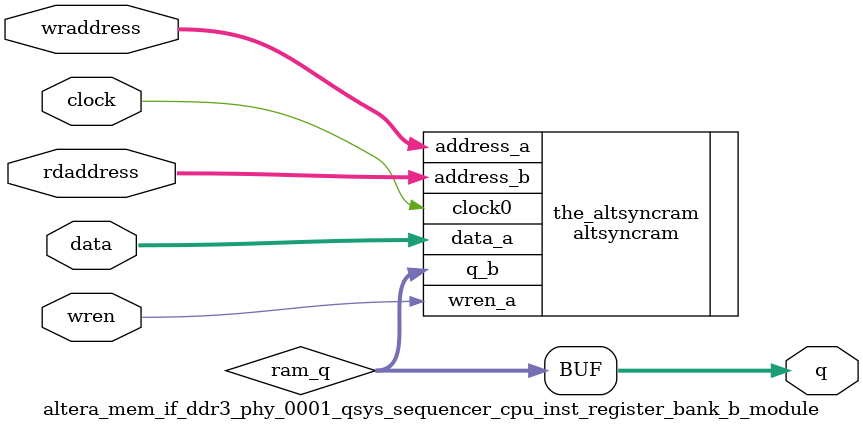
<source format=v>
module altera_mem_if_ddr3_phy_0001_qsys_sequencer_cpu_inst_register_bank_b_module (
                                                                                    // inputs:
                                                                                     clock,
                                                                                     data,
                                                                                     rdaddress,
                                                                                     wraddress,
                                                                                     wren,
                                                                                    // outputs:
                                                                                     q
                                                                                  )
;
  parameter lpm_file = "UNUSED";
  output  [ 31: 0] q;
  input            clock;
  input   [ 31: 0] data;
  input   [  4: 0] rdaddress;
  input   [  4: 0] wraddress;
  input            wren;
  wire    [ 31: 0] q;
  wire    [ 31: 0] ram_q;
  assign q = ram_q;
  altsyncram the_altsyncram
    (
      .address_a (wraddress),
      .address_b (rdaddress),
      .clock0 (clock),
      .data_a (data),
      .q_b (ram_q),
      .wren_a (wren)
    );
  defparam the_altsyncram.address_reg_b = "CLOCK0",
           the_altsyncram.init_file = lpm_file,
           the_altsyncram.maximum_depth = 0,
           the_altsyncram.numwords_a = 32,
           the_altsyncram.numwords_b = 32,
           the_altsyncram.operation_mode = "DUAL_PORT",
           the_altsyncram.outdata_reg_b = "UNREGISTERED",
           the_altsyncram.ram_block_type = "AUTO",
           the_altsyncram.rdcontrol_reg_b = "CLOCK0",
           the_altsyncram.read_during_write_mode_mixed_ports = "DONT_CARE",
           the_altsyncram.width_a = 32,
           the_altsyncram.width_b = 32,
           the_altsyncram.widthad_a = 5,
           the_altsyncram.widthad_b = 5;
endmodule
</source>
